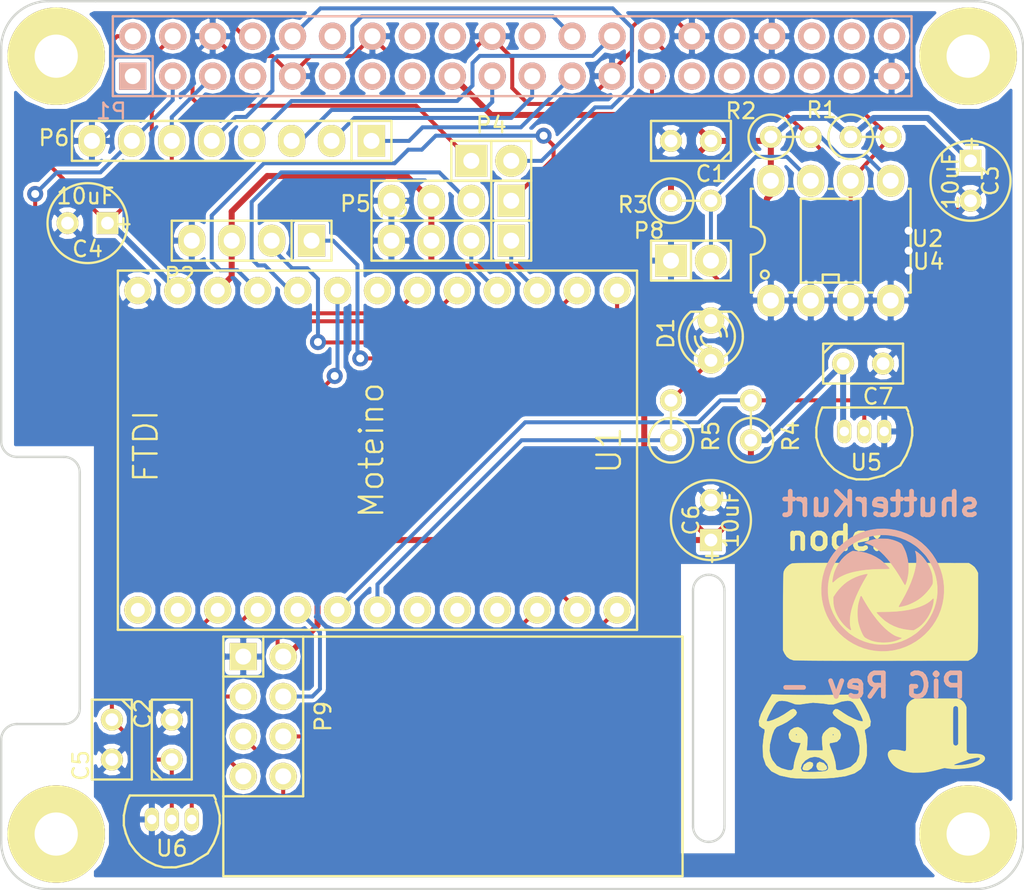
<source format=kicad_pcb>
(kicad_pcb (version 4) (host pcbnew "(2014-11-22 BZR 5299)-product")
  (title_block (title "Home Automation Pi Gateway, aka PiG"))
  (layers (0 F.Cu signal) (31 B.Cu signal) (34 B.Paste user) (35 F.Paste user) (36 B.SilkS user) (37 F.SilkS user) (38 B.Mask user) (39 F.Mask user) (44 Edge.Cuts user))
  (net 0 "")
  (net 1 +3.3V)
  (net 2 GND)
  (net 3 +5V)
  (net 4 ATEMP)
  (net 5 3V3)
  (net 6 "Net-(D1-Pad1)")
  (net 7 SDA)
  (net 8 SCL)
  (net 9 "Net-(P1-Pad7)")
  (net 10 PITX)
  (net 11 PIRX)
  (net 12 "Net-(P1-Pad11)")
  (net 13 "Net-(P1-Pad12)")
  (net 14 "Net-(P1-Pad13)")
  (net 15 "Net-(P1-Pad15)")
  (net 16 "Net-(P1-Pad16)")
  (net 17 "Net-(P1-Pad18)")
  (net 18 "Net-(P1-Pad22)")
  (net 19 /EESDA)
  (net 20 /EESCL)
  (net 21 "Net-(P1-Pad29)")
  (net 22 "Net-(P1-Pad31)")
  (net 23 "Net-(P1-Pad32)")
  (net 24 "Net-(P1-Pad33)")
  (net 25 "Net-(P1-Pad35)")
  (net 26 "Net-(P1-Pad36)")
  (net 27 "Net-(P1-Pad37)")
  (net 28 "Net-(P1-Pad38)")
  (net 29 "Net-(P1-Pad40)")
  (net 30 /SWTX1)
  (net 31 /SWRX1)
  (net 32 /SWTX2)
  (net 33 /SWRX2)
  (net 34 /PROTX)
  (net 35 /PRORX)
  (net 36 "Net-(P8-Pad2)")
  (net 37 /NRFCE)
  (net 38 /NRFCSN)
  (net 39 /PROSCK)
  (net 40 /PROMOSI)
  (net 41 /PROMISO)
  (net 42 NRFIRQ)
  (net 43 ONEWIRE)
  (net 44 LED)
  (net 45 /PIMOSI)
  (net 46 /PIMISO)
  (net 47 /PISCLK)
  (net 48 /PICE0)
  (net 49 /PICE1)
  (net 50 "Net-(U1-Pad1)")
  (net 51 "Net-(U1-Pad2)")
  (net 52 "Net-(U1-Pad8)")
  (net 53 "Net-(U1-Pad9)")
  (net 54 "Net-(U1-Pad10)")
  (net 55 "Net-(U1-Pad20)")
  (module MyFootprints:Moteino (layer F.Cu) (at 82.931 92.075 90)
    (fp_text reference U1 (at 0 14.732 90) (layer F.SilkS) (effects (font (size 1.5 1.5))))
    (fp_text value Moteino (at 0 -0.381 90) (layer F.SilkS) (effects (font (size 1.5 1.5))))
    (fp_text user FTDI (at 0.254 -14.732 90) (layer F.SilkS) (effects (font (size 1.5 1.5))))
    (pad 1 thru_hole circle (at -10.16 -15.24 90) (size 1.7272 1.7272) (drill 0.889) (layers *.Cu *.Mask F.SilkS) (net 50 "Net-(U1-Pad1)"))
    (pad 2 thru_hole circle (at -10.16 -12.7 90) (size 1.7272 1.7272) (drill 0.889) (layers *.Cu *.Mask F.SilkS) (net 51 "Net-(U1-Pad2)"))
    (pad 3 thru_hole circle (at -10.16 -10.16 90) (size 1.7272 1.7272) (drill 0.889) (layers *.Cu *.Mask F.SilkS) (net 42 NRFIRQ))
    (pad 4 thru_hole circle (at -10.16 -7.62 90) (size 1.7272 1.7272) (drill 0.889) (layers *.Cu *.Mask F.SilkS) (net 37 /NRFCE))
    (pad 5 thru_hole circle (at -10.16 -5.08 90) (size 1.7272 1.7272) (drill 0.889) (layers *.Cu *.Mask F.SilkS) (net 38 /NRFCSN))
    (pad 6 thru_hole circle (at -10.16 -2.54 90) (size 1.7272 1.7272) (drill 0.889) (layers *.Cu *.Mask F.SilkS) (net 43 ONEWIRE))
    (pad 7 thru_hole circle (at -10.16 0 90) (size 1.7272 1.7272) (drill 0.9144) (layers *.Cu *.Mask F.SilkS) (net 44 LED))
    (pad 8 thru_hole circle (at -10.16 2.54 90) (size 1.7272 1.7272) (drill 0.889) (layers *.Cu *.Mask F.SilkS) (net 52 "Net-(U1-Pad8)"))
    (pad 9 thru_hole circle (at -10.16 5.08 90) (size 1.7272 1.7272) (drill 0.889) (layers *.Cu *.Mask F.SilkS) (net 53 "Net-(U1-Pad9)"))
    (pad 10 thru_hole circle (at -10.16 7.62 90) (size 1.7272 1.7272) (drill 0.889) (layers *.Cu *.Mask F.SilkS) (net 54 "Net-(U1-Pad10)"))
    (pad 11 thru_hole circle (at -10.16 10.16 90) (size 1.7272 1.7272) (drill 0.889) (layers *.Cu *.Mask F.SilkS) (net 40 /PROMOSI))
    (pad 12 thru_hole circle (at -10.16 12.7 90) (size 1.7272 1.7272) (drill 0.889) (layers *.Cu *.Mask F.SilkS) (net 41 /PROMISO))
    (pad 13 thru_hole circle (at -10.16 15.24 90) (size 1.7272 1.7272) (drill 0.889) (layers *.Cu *.Mask F.SilkS) (net 39 /PROSCK))
    (pad 14 thru_hole circle (at 10.16 15.24 90) (size 1.7272 1.7272) (drill 0.889) (layers *.Cu *.Mask F.SilkS) (net 30 /SWTX1))
    (pad 15 thru_hole circle (at 10.16 12.7 90) (size 1.7272 1.7272) (drill 0.889) (layers *.Cu *.Mask F.SilkS) (net 31 /SWRX1))
    (pad 16 thru_hole circle (at 10.16 10.16 90) (size 1.7272 1.7272) (drill 0.9144) (layers *.Cu *.Mask F.SilkS) (net 32 /SWTX2))
    (pad 17 thru_hole circle (at 10.16 7.62 90) (size 1.7272 1.7272) (drill 0.889) (layers *.Cu *.Mask F.SilkS) (net 33 /SWRX2))
    (pad 18 thru_hole circle (at 10.16 5.08 90) (size 1.7272 1.7272) (drill 0.889) (layers *.Cu *.Mask F.SilkS) (net 7 SDA))
    (pad 19 thru_hole circle (at 10.16 2.54 90) (size 1.7272 1.7272) (drill 0.889) (layers *.Cu *.Mask F.SilkS) (net 8 SCL))
    (pad 20 thru_hole circle (at 10.16 0 90) (size 1.7272 1.7272) (drill 0.889) (layers *.Cu *.Mask F.SilkS) (net 55 "Net-(U1-Pad20)"))
    (pad 21 thru_hole circle (at 10.16 -2.54 90) (size 1.7272 1.7272) (drill 0.889) (layers *.Cu *.Mask F.SilkS) (net 4 ATEMP))
    (pad 22 thru_hole circle (at 10.16 -5.08 90) (size 1.7272 1.7272) (drill 0.889) (layers *.Cu *.Mask F.SilkS) (net 35 /PRORX))
    (pad 23 thru_hole circle (at 10.16 -7.62 90) (size 1.7272 1.7272) (drill 0.889) (layers *.Cu *.Mask F.SilkS) (net 34 /PROTX))
    (pad 24 thru_hole circle (at 10.16 -10.16 90) (size 1.7272 1.7272) (drill 0.889) (layers *.Cu *.Mask F.SilkS) (net 5 3V3))
    (pad 25 thru_hole circle (at 10.16 -12.7 90) (size 1.7272 1.7272) (drill 0.889) (layers *.Cu *.Mask F.SilkS) (net 3 +5V))
    (pad 26 thru_hole circle (at 10.16 -15.24 90) (size 1.7272 1.7272) (drill 0.889) (layers *.Cu *.Mask F.SilkS) (net 2 GND))
  )
  (module Power_Integrations:PDIP-8 (layer F.Cu) (at 111.76 78.74)
    (fp_text reference U2 (at 6.1595 -0.127) (layer F.SilkS))
    (fp_text value 24C16 hide)
    (pad 1 thru_hole oval (at -3.81 3.81) (size 1.7272 2.032) (drill 1.016) (layers *.Cu *.Mask F.SilkS) (net 2 GND))
    (pad 2 thru_hole oval (at -1.27 3.81) (size 1.7272 2.032) (drill 1.016) (layers *.Cu *.Mask F.SilkS) (net 2 GND))
    (pad 3 thru_hole oval (at 1.27 3.81) (size 1.7272 2.032) (drill 1.016) (layers *.Cu *.Mask F.SilkS) (net 2 GND))
    (pad 4 thru_hole oval (at 3.81 3.81) (size 1.7272 2.032) (drill 1.016) (layers *.Cu *.Mask F.SilkS) (net 2 GND))
    (pad 5 thru_hole oval (at 3.81 -3.81) (size 1.7272 2.032) (drill 1.016) (layers *.Cu *.Mask F.SilkS) (net 19 /EESDA))
    (pad 6 thru_hole oval (at 1.27 -3.81) (size 1.7272 2.032) (drill 1.016) (layers *.Cu *.Mask F.SilkS) (net 20 /EESCL))
    (pad 7 thru_hole oval (at -1.27 -3.81) (size 1.7272 2.032) (drill 1.016) (layers *.Cu *.Mask F.SilkS) (net 36 "Net-(P8-Pad2)"))
    (pad 8 thru_hole oval (at -3.81 -3.81) (size 1.7272 2.032) (drill 1.016) (layers *.Cu *.Mask F.SilkS) (net 1 +3.3V))
  )
  (module MyFootprints:MechanicalHole-2m5 (layer F.Cu) (at 62.5 67)
    (fp_text reference MechanicalHole-2m5 hide)
    (fp_text value VAL** hide)
    (pad "" np_thru_hole circle (at 0 0) (size 6.2 6.2) (drill 2.75) (layers *.Cu *.Mask F.SilkS))
  )
  (module MyFootprints:MechanicalHole-2m5 (layer F.Cu) (at 62.5 116.5)
    (fp_text reference MechanicalHole-2m5 hide)
    (fp_text value VAL** hide)
    (pad "" np_thru_hole circle (at 0 0) (size 6.2 6.2) (drill 2.75) (layers *.Cu *.Mask F.SilkS))
  )
  (module MyFootprints:MechanicalHole-2m5 (layer F.Cu) (at 120.5 116.5)
    (fp_text reference MechanicalHole-2m5 hide)
    (fp_text value VAL** hide)
    (pad "" np_thru_hole circle (at 0 0) (size 6.2 6.2) (drill 2.75) (layers *.Cu *.Mask F.SilkS))
  )
  (module MyFootprints:MechanicalHole-2m5 (layer F.Cu) (at 120.5 67)
    (fp_text reference MechanicalHole-2m5 hide)
    (fp_text value VAL** hide)
    (pad "" np_thru_hole circle (at 0 0) (size 6.2 6.2) (drill 2.75) (layers *.Cu *.Mask F.SilkS))
  )
  (module Discret:C1 (layer F.Cu) (at 102.87 72.39 180)
    (fp_text reference C1 (at -1.27 -2.0955 180) (layer F.SilkS))
    (fp_text value 0,1uF hide)
    (pad 1 thru_hole circle (at -1.27 0 180) (size 1.397 1.397) (drill 0.8128) (layers *.Cu *.Mask F.SilkS) (net 1 +3.3V))
    (pad 2 thru_hole circle (at 1.27 0 180) (size 1.397 1.397) (drill 0.8128) (layers *.Cu *.Mask F.SilkS) (net 2 GND))
  )
  (module Discret:C1 (layer F.Cu) (at 69.85 110.49 90)
    (fp_text reference C2 (at 1.651 -1.8415 90) (layer F.SilkS))
    (fp_text value 0.1uF hide)
    (pad 1 thru_hole circle (at -1.27 0 90) (size 1.397 1.397) (drill 0.8128) (layers *.Cu *.Mask F.SilkS) (net 5 3V3))
    (pad 2 thru_hole circle (at 1.27 0 90) (size 1.397 1.397) (drill 0.8128) (layers *.Cu *.Mask F.SilkS) (net 2 GND))
  )
  (module Discret:C1V5 (layer F.Cu) (at 120.65 74.93 270)
    (fp_text reference C3 (at 0 -1.26746 270) (layer F.SilkS))
    (fp_text value 10uF (at 0 1.27 270) (layer F.SilkS))
    (fp_text user + (at -2.286 0 270) (layer F.SilkS))
    (pad 1 thru_hole rect (at -1.27 0 270) (size 1.397 1.397) (drill 0.8128) (layers *.Cu *.Mask F.SilkS) (net 1 +3.3V))
    (pad 2 thru_hole circle (at 1.27 0 270) (size 1.397 1.397) (drill 0.8128) (layers *.Cu *.Mask F.SilkS) (net 2 GND))
  )
  (module Discret:C1V5 (layer F.Cu) (at 64.4906 77.6224 180)
    (fp_text reference C4 (at 0 -1.651 180) (layer F.SilkS))
    (fp_text value 10uF (at 0.127 1.7145 180) (layer F.SilkS))
    (fp_text user + (at -2.286 0 180) (layer F.SilkS))
    (pad 1 thru_hole rect (at -1.27 0 180) (size 1.397 1.397) (drill 0.8128) (layers *.Cu *.Mask F.SilkS) (net 3 +5V))
    (pad 2 thru_hole circle (at 1.27 0 180) (size 1.397 1.397) (drill 0.8128) (layers *.Cu *.Mask F.SilkS) (net 2 GND))
  )
  (module Discret:C1 (layer F.Cu) (at 66.04 110.49 270)
    (fp_text reference C5 (at 1.651 1.9685 270) (layer F.SilkS))
    (fp_text value 10pF hide)
    (pad 1 thru_hole circle (at -1.27 0 270) (size 1.397 1.397) (drill 0.8128) (layers *.Cu *.Mask F.SilkS) (net 4 ATEMP))
    (pad 2 thru_hole circle (at 1.27 0 270) (size 1.397 1.397) (drill 0.8128) (layers *.Cu *.Mask F.SilkS) (net 2 GND))
  )
  (module Discret:C1V5 (layer F.Cu) (at 104.14 96.52 90)
    (fp_text reference C6 (at 0 -1.26746 90) (layer F.SilkS))
    (fp_text value 10uF (at 0.044 1.2498 90) (layer F.SilkS))
    (fp_text user + (at -2.286 0 90) (layer F.SilkS))
    (pad 1 thru_hole rect (at -1.27 0 90) (size 1.397 1.397) (drill 0.8128) (layers *.Cu *.Mask F.SilkS) (net 5 3V3))
    (pad 2 thru_hole circle (at 1.27 0 90) (size 1.397 1.397) (drill 0.8128) (layers *.Cu *.Mask F.SilkS) (net 2 GND))
  )
  (module Discret:C1 (layer F.Cu) (at 113.8174 86.5632)
    (fp_text reference C7 (at 0.9525 2.0955) (layer F.SilkS))
    (fp_text value 0.1uF hide)
    (pad 1 thru_hole circle (at -1.27 0) (size 1.397 1.397) (drill 0.8128) (layers *.Cu *.Mask F.SilkS) (net 5 3V3))
    (pad 2 thru_hole circle (at 1.27 0) (size 1.397 1.397) (drill 0.8128) (layers *.Cu *.Mask F.SilkS) (net 2 GND))
  )
  (module LEDs:LED-3MM (layer F.Cu) (at 104.14 85.09 90)
    (fp_text reference D1 (at 0.4445 -2.8575 90) (layer F.SilkS))
    (fp_text value LED hide)
    (pad 1 thru_hole circle (at -1.27 0 90) (size 1.6764 1.6764) (drill 0.8128) (layers *.Cu *.Mask F.SilkS) (net 6 "Net-(D1-Pad1)"))
    (pad 2 thru_hole circle (at 1.27 0 90) (size 1.6764 1.6764) (drill 0.8128) (layers *.Cu *.Mask F.SilkS) (net 2 GND))
  )
  (module Socket_Strips:Socket_Strip_Straight_2x20 (layer B.Cu) (at 91.5 67 180)
    (fp_text reference P1 (at 25.5 -3.5 180) (layer B.SilkS) (effects (justify mirror)))
    (fp_text value PiB+_IO hide)
    (pad 1 thru_hole rect (at 24.13 -1.27) (size 1.7272 1.7272) (drill 1.016) (layers *.Cu *.Mask B.SilkS) (net 1 +3.3V))
    (pad 2 thru_hole oval (at 24.13 1.27) (size 1.7272 1.7272) (drill 1.016) (layers *.Cu *.Mask B.SilkS) (net 3 +5V))
    (pad 3 thru_hole oval (at 21.59 -1.27) (size 1.7272 1.7272) (drill 1.016) (layers *.Cu *.Mask B.SilkS) (net 7 SDA))
    (pad 4 thru_hole oval (at 21.59 1.27) (size 1.7272 1.7272) (drill 1.016) (layers *.Cu *.Mask B.SilkS) (net 3 +5V))
    (pad 5 thru_hole oval (at 19.05 -1.27) (size 1.7272 1.7272) (drill 1.016) (layers *.Cu *.Mask B.SilkS) (net 8 SCL))
    (pad 6 thru_hole oval (at 19.05 1.27) (size 1.7272 1.7272) (drill 1.016) (layers *.Cu *.Mask B.SilkS) (net 2 GND))
    (pad 7 thru_hole oval (at 16.51 -1.27) (size 1.7272 1.7272) (drill 1.016) (layers *.Cu *.Mask B.SilkS) (net 9 "Net-(P1-Pad7)"))
    (pad 8 thru_hole oval (at 16.51 1.27) (size 1.7272 1.7272) (drill 1.016) (layers *.Cu *.Mask B.SilkS) (net 10 PITX))
    (pad 9 thru_hole oval (at 13.97 -1.27) (size 1.7272 1.7272) (drill 1.016) (layers *.Cu *.Mask B.SilkS) (net 2 GND))
    (pad 10 thru_hole oval (at 13.97 1.27) (size 1.7272 1.7272) (drill 1.016) (layers *.Cu *.Mask B.SilkS) (net 11 PIRX))
    (pad 11 thru_hole oval (at 11.43 -1.27) (size 1.7272 1.7272) (drill 1.016) (layers *.Cu *.Mask B.SilkS) (net 12 "Net-(P1-Pad11)"))
    (pad 12 thru_hole oval (at 11.43 1.27) (size 1.7272 1.7272) (drill 1.016) (layers *.Cu *.Mask B.SilkS) (net 13 "Net-(P1-Pad12)"))
    (pad 13 thru_hole oval (at 8.89 -1.27) (size 1.7272 1.7272) (drill 1.016) (layers *.Cu *.Mask B.SilkS) (net 14 "Net-(P1-Pad13)"))
    (pad 14 thru_hole oval (at 8.89 1.27) (size 1.7272 1.7272) (drill 1.016) (layers *.Cu *.Mask B.SilkS) (net 2 GND))
    (pad 15 thru_hole oval (at 6.35 -1.27) (size 1.7272 1.7272) (drill 1.016) (layers *.Cu *.Mask B.SilkS) (net 15 "Net-(P1-Pad15)"))
    (pad 16 thru_hole oval (at 6.35 1.27) (size 1.7272 1.7272) (drill 1.016) (layers *.Cu *.Mask B.SilkS) (net 16 "Net-(P1-Pad16)"))
    (pad 17 thru_hole oval (at 3.81 -1.27) (size 1.7272 1.7272) (drill 1.016) (layers *.Cu *.Mask B.SilkS) (net 1 +3.3V))
    (pad 18 thru_hole oval (at 3.81 1.27) (size 1.7272 1.7272) (drill 1.016) (layers *.Cu *.Mask B.SilkS) (net 17 "Net-(P1-Pad18)"))
    (pad 19 thru_hole oval (at 1.27 -1.27) (size 1.7272 1.7272) (drill 1.016) (layers *.Cu *.Mask B.SilkS) (net 45 /PIMOSI))
    (pad 20 thru_hole oval (at 1.27 1.27) (size 1.7272 1.7272) (drill 1.016) (layers *.Cu *.Mask B.SilkS) (net 2 GND))
    (pad 21 thru_hole oval (at -1.27 -1.27) (size 1.7272 1.7272) (drill 1.016) (layers *.Cu *.Mask B.SilkS) (net 46 /PIMISO))
    (pad 22 thru_hole oval (at -1.27 1.27) (size 1.7272 1.7272) (drill 1.016) (layers *.Cu *.Mask B.SilkS) (net 18 "Net-(P1-Pad22)"))
    (pad 23 thru_hole oval (at -3.81 -1.27) (size 1.7272 1.7272) (drill 1.016) (layers *.Cu *.Mask B.SilkS) (net 47 /PISCLK))
    (pad 24 thru_hole oval (at -3.81 1.27) (size 1.7272 1.7272) (drill 1.016) (layers *.Cu *.Mask B.SilkS) (net 48 /PICE0))
    (pad 25 thru_hole oval (at -6.35 -1.27) (size 1.7272 1.7272) (drill 1.016) (layers *.Cu *.Mask B.SilkS) (net 2 GND))
    (pad 26 thru_hole oval (at -6.35 1.27) (size 1.7272 1.7272) (drill 1.016) (layers *.Cu *.Mask B.SilkS) (net 49 /PICE1))
    (pad 27 thru_hole oval (at -8.89 -1.27) (size 1.7272 1.7272) (drill 1.016) (layers *.Cu *.Mask B.SilkS) (net 19 /EESDA))
    (pad 28 thru_hole oval (at -8.89 1.27) (size 1.7272 1.7272) (drill 1.016) (layers *.Cu *.Mask B.SilkS) (net 20 /EESCL))
    (pad 29 thru_hole oval (at -11.43 -1.27) (size 1.7272 1.7272) (drill 1.016) (layers *.Cu *.Mask B.SilkS) (net 21 "Net-(P1-Pad29)"))
    (pad 30 thru_hole oval (at -11.43 1.27) (size 1.7272 1.7272) (drill 1.016) (layers *.Cu *.Mask B.SilkS) (net 2 GND))
    (pad 31 thru_hole oval (at -13.97 -1.27) (size 1.7272 1.7272) (drill 1.016) (layers *.Cu *.Mask B.SilkS) (net 22 "Net-(P1-Pad31)"))
    (pad 32 thru_hole oval (at -13.97 1.27) (size 1.7272 1.7272) (drill 1.016) (layers *.Cu *.Mask B.SilkS) (net 23 "Net-(P1-Pad32)"))
    (pad 33 thru_hole oval (at -16.51 -1.27) (size 1.7272 1.7272) (drill 1.016) (layers *.Cu *.Mask B.SilkS) (net 24 "Net-(P1-Pad33)"))
    (pad 34 thru_hole oval (at -16.51 1.27) (size 1.7272 1.7272) (drill 1.016) (layers *.Cu *.Mask B.SilkS) (net 2 GND))
    (pad 35 thru_hole oval (at -19.05 -1.27) (size 1.7272 1.7272) (drill 1.016) (layers *.Cu *.Mask B.SilkS) (net 25 "Net-(P1-Pad35)"))
    (pad 36 thru_hole oval (at -19.05 1.27) (size 1.7272 1.7272) (drill 1.016) (layers *.Cu *.Mask B.SilkS) (net 26 "Net-(P1-Pad36)"))
    (pad 37 thru_hole oval (at -21.59 -1.27) (size 1.7272 1.7272) (drill 1.016) (layers *.Cu *.Mask B.SilkS) (net 27 "Net-(P1-Pad37)"))
    (pad 38 thru_hole oval (at -21.59 1.27) (size 1.7272 1.7272) (drill 1.016) (layers *.Cu *.Mask B.SilkS) (net 28 "Net-(P1-Pad38)"))
    (pad 39 thru_hole oval (at -24.13 -1.27) (size 1.7272 1.7272) (drill 1.016) (layers *.Cu *.Mask B.SilkS) (net 2 GND))
    (pad 40 thru_hole oval (at -24.13 1.27) (size 1.7272 1.7272) (drill 1.016) (layers *.Cu *.Mask B.SilkS) (net 29 "Net-(P1-Pad40)"))
  )
  (module Pin_Headers:Pin_Header_Straight_1x04 (layer F.Cu) (at 74.93 78.74 180)
    (fp_text reference P2 (at 4.572 -2.2225 180) (layer F.SilkS))
    (fp_text value CONN_01X04 hide)
    (pad 1 thru_hole rect (at -3.81 0 180) (size 1.7272 2.032) (drill 1.016) (layers *.Cu *.Mask F.SilkS) (net 30 /SWTX1))
    (pad 2 thru_hole oval (at -1.27 0 180) (size 1.7272 2.032) (drill 1.016) (layers *.Cu *.Mask F.SilkS) (net 31 /SWRX1))
    (pad 3 thru_hole oval (at 1.27 0 180) (size 1.7272 2.032) (drill 1.016) (layers *.Cu *.Mask F.SilkS) (net 5 3V3))
    (pad 4 thru_hole oval (at 3.81 0 180) (size 1.7272 2.032) (drill 1.016) (layers *.Cu *.Mask F.SilkS) (net 2 GND))
  )
  (module Pin_Headers:Pin_Header_Straight_1x04 (layer F.Cu) (at 87.63 78.74 180)
    (fp_text reference P3 (at 3.683 2.032 180) (layer F.SilkS))
    (fp_text value CONN_01X04 hide)
    (pad 1 thru_hole rect (at -3.81 0 180) (size 1.7272 2.032) (drill 1.016) (layers *.Cu *.Mask F.SilkS) (net 32 /SWTX2))
    (pad 2 thru_hole oval (at -1.27 0 180) (size 1.7272 2.032) (drill 1.016) (layers *.Cu *.Mask F.SilkS) (net 33 /SWRX2))
    (pad 3 thru_hole oval (at 1.27 0 180) (size 1.7272 2.032) (drill 1.016) (layers *.Cu *.Mask F.SilkS) (net 5 3V3))
    (pad 4 thru_hole oval (at 3.81 0 180) (size 1.7272 2.032) (drill 1.016) (layers *.Cu *.Mask F.SilkS) (net 2 GND))
  )
  (module Pin_Headers:Pin_Header_Straight_1x02 (layer F.Cu) (at 90.17 73.66)
    (fp_text reference P4 (at 0 -2.286) (layer F.SilkS))
    (fp_text value CONN_01X02 hide)
    (pad 1 thru_hole rect (at -1.27 0) (size 2.032 2.032) (drill 1.016) (layers *.Cu *.Mask F.SilkS) (net 10 PITX))
    (pad 2 thru_hole oval (at 1.27 0) (size 2.032 2.032) (drill 1.016) (layers *.Cu *.Mask F.SilkS) (net 11 PIRX))
  )
  (module Pin_Headers:Pin_Header_Straight_1x04 (layer F.Cu) (at 87.63 76.2 180)
    (fp_text reference P5 (at 6.096 -0.1905 180) (layer F.SilkS))
    (fp_text value CONN_01X04 hide)
    (pad 1 thru_hole rect (at -3.81 0 180) (size 1.7272 2.032) (drill 1.016) (layers *.Cu *.Mask F.SilkS) (net 34 /PROTX))
    (pad 2 thru_hole oval (at -1.27 0 180) (size 1.7272 2.032) (drill 1.016) (layers *.Cu *.Mask F.SilkS) (net 35 /PRORX))
    (pad 3 thru_hole oval (at 1.27 0 180) (size 1.7272 2.032) (drill 1.016) (layers *.Cu *.Mask F.SilkS) (net 5 3V3))
    (pad 4 thru_hole oval (at 3.81 0 180) (size 1.7272 2.032) (drill 1.016) (layers *.Cu *.Mask F.SilkS) (net 2 GND))
  )
  (module Pin_Headers:Pin_Header_Straight_1x08 (layer F.Cu) (at 73.66 72.39 180)
    (fp_text reference P6 (at 11.303 0.1905 180) (layer F.SilkS))
    (fp_text value CONN_01X08 hide)
    (pad 1 thru_hole rect (at -8.89 0 180) (size 1.7272 2.032) (drill 1.016) (layers *.Cu *.Mask F.SilkS) (net 47 /PISCLK))
    (pad 2 thru_hole oval (at -6.35 0 180) (size 1.7272 2.032) (drill 1.016) (layers *.Cu *.Mask F.SilkS) (net 46 /PIMISO))
    (pad 3 thru_hole oval (at -3.81 0 180) (size 1.7272 2.032) (drill 1.016) (layers *.Cu *.Mask F.SilkS) (net 45 /PIMOSI))
    (pad 4 thru_hole oval (at -1.27 0 180) (size 1.7272 2.032) (drill 1.016) (layers *.Cu *.Mask F.SilkS) (net 49 /PICE1))
    (pad 5 thru_hole oval (at 1.27 0 180) (size 1.7272 2.032) (drill 1.016) (layers *.Cu *.Mask F.SilkS) (net 48 /PICE0))
    (pad 6 thru_hole oval (at 3.81 0 180) (size 1.7272 2.032) (drill 1.016) (layers *.Cu *.Mask F.SilkS) (net 8 SCL))
    (pad 7 thru_hole oval (at 6.35 0 180) (size 1.7272 2.032) (drill 1.016) (layers *.Cu *.Mask F.SilkS) (net 7 SDA))
    (pad 8 thru_hole oval (at 8.89 0 180) (size 1.7272 2.032) (drill 1.016) (layers *.Cu *.Mask F.SilkS) (net 2 GND))
  )
  (module Pin_Headers:Pin_Header_Straight_1x02 (layer F.Cu) (at 102.87 80.01)
    (fp_text reference P8 (at -2.667 -1.905) (layer F.SilkS))
    (fp_text value CONN_01X02 hide)
    (pad 1 thru_hole rect (at -1.27 0) (size 2.032 2.032) (drill 1.016) (layers *.Cu *.Mask F.SilkS) (net 2 GND))
    (pad 2 thru_hole oval (at 1.27 0) (size 2.032 2.032) (drill 1.016) (layers *.Cu *.Mask F.SilkS) (net 36 "Net-(P8-Pad2)"))
  )
  (module Discret:R1 (layer F.Cu) (at 114.3 72.136)
    (fp_text reference R1 (at -3.1115 -1.7145) (layer F.SilkS))
    (fp_text value 3.9K hide)
    (pad 1 thru_hole circle (at -1.27 0) (size 1.397 1.397) (drill 0.8128) (layers *.Cu *.Mask F.SilkS) (net 1 +3.3V))
    (pad 2 thru_hole circle (at 1.27 0) (size 1.397 1.397) (drill 0.8128) (layers *.Cu *.Mask F.SilkS) (net 20 /EESCL))
  )
  (module Discret:R1 (layer F.Cu) (at 109.22 72.136)
    (fp_text reference R2 (at -3.175 -1.651) (layer F.SilkS))
    (fp_text value 3.9K hide)
    (pad 1 thru_hole circle (at -1.27 0) (size 1.397 1.397) (drill 0.8128) (layers *.Cu *.Mask F.SilkS) (net 1 +3.3V))
    (pad 2 thru_hole circle (at 1.27 0) (size 1.397 1.397) (drill 0.8128) (layers *.Cu *.Mask F.SilkS) (net 19 /EESDA))
  )
  (module Discret:R1 (layer F.Cu) (at 102.87 76.2)
    (fp_text reference R3 (at -3.683 0.254) (layer F.SilkS))
    (fp_text value 1K hide)
    (pad 1 thru_hole circle (at -1.27 0) (size 1.397 1.397) (drill 0.8128) (layers *.Cu *.Mask F.SilkS) (net 1 +3.3V))
    (pad 2 thru_hole circle (at 1.27 0) (size 1.397 1.397) (drill 0.8128) (layers *.Cu *.Mask F.SilkS) (net 36 "Net-(P8-Pad2)"))
  )
  (module Discret:R1 (layer F.Cu) (at 106.68 90.17 90)
    (fp_text reference R4 (at -1.016 2.54 90) (layer F.SilkS))
    (fp_text value 4.7K hide)
    (pad 1 thru_hole circle (at -1.27 0 90) (size 1.397 1.397) (drill 0.8128) (layers *.Cu *.Mask F.SilkS) (net 5 3V3))
    (pad 2 thru_hole circle (at 1.27 0 90) (size 1.397 1.397) (drill 0.8128) (layers *.Cu *.Mask F.SilkS) (net 43 ONEWIRE))
  )
  (module Discret:R1 (layer F.Cu) (at 101.6 90.17 90)
    (fp_text reference R5 (at -1.016 2.54 90) (layer F.SilkS))
    (fp_text value 330 hide)
    (pad 1 thru_hole circle (at -1.27 0 90) (size 1.397 1.397) (drill 0.8128) (layers *.Cu *.Mask F.SilkS) (net 44 LED))
    (pad 2 thru_hole circle (at 1.27 0 90) (size 1.397 1.397) (drill 0.8128) (layers *.Cu *.Mask F.SilkS) (net 6 "Net-(D1-Pad1)"))
  )
  (module SMD_Packages:SOIC-8-W (layer F.Cu) (at 111.76 78.74 90)
    (fp_text reference U4 (at -1.3335 6.223 180) (layer F.SilkS))
    (fp_text value 24C16 hide)
    (pad 8 smd rect (at -1.905 -2.667 90) (size 0.59944 1.39954) (layers F.Cu F.Paste F.Mask) (net 1 +3.3V))
    (pad 1 smd rect (at -1.905 2.667 90) (size 0.59944 1.39954) (layers F.Cu F.Paste F.Mask) (net 2 GND))
    (pad 7 smd rect (at -0.635 -2.667 90) (size 0.59944 1.39954) (layers F.Cu F.Paste F.Mask) (net 36 "Net-(P8-Pad2)"))
    (pad 6 smd rect (at 0.635 -2.667 90) (size 0.59944 1.39954) (layers F.Cu F.Paste F.Mask) (net 20 /EESCL))
    (pad 5 smd rect (at 1.905 -2.667 90) (size 0.59944 1.39954) (layers F.Cu F.Paste F.Mask) (net 19 /EESDA))
    (pad 2 smd rect (at -0.635 2.667 90) (size 0.59944 1.39954) (layers F.Cu F.Paste F.Mask) (net 2 GND))
    (pad 3 smd rect (at 0.635 2.667 90) (size 0.59944 1.39954) (layers F.Cu F.Paste F.Mask) (net 2 GND))
    (pad 4 smd rect (at 1.905 2.667 90) (size 0.59944 1.39954) (layers F.Cu F.Paste F.Mask) (net 2 GND))
  )
  (module Housings_TO-92:TO-92-Free-inline-narrow-oval (layer F.Cu) (at 113.8936 90.8812 270)
    (fp_text reference U5 (at 1.9685 -0.127 360) (layer F.SilkS))
    (fp_text value DS18B20 hide)
    (pad 2 thru_hole oval (at 0 0) (size 0.89916 1.50114) (drill 0.59944) (layers *.Cu *.Mask F.SilkS) (net 43 ONEWIRE))
    (pad 3 thru_hole oval (at 0 1.27) (size 0.89916 1.50114) (drill 0.59944) (layers *.Cu *.Mask F.SilkS) (net 5 3V3))
    (pad 1 thru_hole oval (at 0 -1.27) (size 0.89916 1.50114) (drill 0.59944) (layers *.Cu *.Mask F.SilkS) (net 2 GND))
  )
  (module Housings_TO-92:TO-92-Free-inline-narrow-oval (layer F.Cu) (at 69.85 115.57 270)
    (fp_text reference U6 (at 1.8415 0 360) (layer F.SilkS))
    (fp_text value TMP36 hide)
    (pad 2 thru_hole oval (at 0 0) (size 0.89916 1.50114) (drill 0.59944) (layers *.Cu *.Mask F.SilkS) (net 4 ATEMP))
    (pad 3 thru_hole oval (at 0 1.27) (size 0.89916 1.50114) (drill 0.59944) (layers *.Cu *.Mask F.SilkS) (net 2 GND))
    (pad 1 thru_hole oval (at 0 -1.27) (size 0.89916 1.50114) (drill 0.59944) (layers *.Cu *.Mask F.SilkS) (net 5 3V3))
  )
  (module MyFootprints:nrf24L01 (layer F.Cu) (at 75.6666 109.0168 270)
    (fp_text reference P9 (at 0 -3.81 270) (layer F.SilkS))
    (fp_text value nrf24L01+ hide)
    (pad 1 thru_hole rect (at -3.81 1.27 270) (size 1.7272 1.7272) (drill 1.016) (layers *.Cu *.Mask F.SilkS) (net 2 GND))
    (pad 2 thru_hole oval (at -3.81 -1.27 270) (size 1.7272 1.7272) (drill 1.016) (layers *.Cu *.Mask F.SilkS) (net 5 3V3))
    (pad 3 thru_hole oval (at -1.27 1.27 270) (size 1.7272 1.7272) (drill 1.016) (layers *.Cu *.Mask F.SilkS) (net 37 /NRFCE))
    (pad 4 thru_hole oval (at -1.27 -1.27 270) (size 1.7272 1.7272) (drill 1.016) (layers *.Cu *.Mask F.SilkS) (net 38 /NRFCSN))
    (pad 5 thru_hole oval (at 1.27 1.27 270) (size 1.7272 1.7272) (drill 1.016) (layers *.Cu *.Mask F.SilkS) (net 39 /PROSCK))
    (pad 6 thru_hole oval (at 1.27 -1.27 270) (size 1.7272 1.7272) (drill 1.016) (layers *.Cu *.Mask F.SilkS) (net 40 /PROMOSI))
    (pad 7 thru_hole oval (at 3.81 1.27 270) (size 1.7272 1.7272) (drill 1.016) (layers *.Cu *.Mask F.SilkS) (net 41 /PROMISO))
    (pad 8 thru_hole oval (at 3.81 -1.27 270) (size 1.7272 1.7272) (drill 1.016) (layers *.Cu *.Mask F.SilkS) (net 42 NRFIRQ))
  )
  (module MyFootprints:pig_scale (layer F.Cu) (at 110.744 110.236)
    (fp_text reference G*** hide)
    (fp_text value LOGO hide)
  )
  (module MyFootprints:topHat_scale (layer F.Cu) (at 118.491 110.236)
    (fp_text reference G*** hide)
    (fp_text value LOGO hide)
  )
  (module MyFootprints:shutter_scale (layer B.Cu) (at 115.062 100.965)
    (fp_text reference G*** hide)
    (fp_text value LOGO hide)
  )
  (module MyFootprints:nodeNumber_scale (layer F.Cu) (at 114.935 102.362)
    (fp_text reference G*** hide)
    (fp_text value LOGO hide)
  )
  (gr_text node: (at 112.014 97.663) (layer F.SilkS) (effects (font (size 1.5 1.5) (thickness 0.3))))
  (gr_text shutterKurt (at 114.935 95.504) (layer B.SilkS) (effects (font (size 1.5 1.5) (thickness 0.3)) (justify mirror)))
  (gr_text "PiG Rev -" (at 114.427 107.061) (layer B.SilkS) (effects (font (size 1.5 1.5) (thickness 0.3)) (justify mirror)))
  (gr_arc (start 104 101) (end 103 101) (angle 90) (layer Edge.Cuts) (width 0.15))
  (gr_arc (start 104 101) (end 104 100) (angle 90) (layer Edge.Cuts) (width 0.15))
  (gr_line (start 105 116) (end 105 101) (angle 90) (layer Edge.Cuts) (width 0.15))
  (gr_arc (start 104 116) (end 105 116) (angle 90) (layer Edge.Cuts) (width 0.15))
  (gr_arc (start 104 116) (end 104 117) (angle 90) (layer Edge.Cuts) (width 0.15))
  (gr_line (start 103 116) (end 103 101) (angle 90) (layer Edge.Cuts) (width 0.15))
  (gr_line (start 65 63.5) (end 62 63.5) (angle 90) (layer Edge.Cuts) (width 0.15))
  (gr_arc (start 62 66.5) (end 59 66.5) (angle 90) (layer Edge.Cuts) (width 0.15))
  (gr_line (start 59 91.5) (end 59 66.5) (angle 90) (layer Edge.Cuts) (width 0.15))
  (gr_line (start 60 92.5) (end 63 92.5) (angle 90) (layer Edge.Cuts) (width 0.15))
  (gr_arc (start 60 91.5) (end 60 92.5) (angle 90) (layer Edge.Cuts) (width 0.15))
  (gr_arc (start 63 93.5) (end 63 92.5) (angle 90) (layer Edge.Cuts) (width 0.15))
  (gr_line (start 64 108.5) (end 64 93.5) (angle 90) (layer Edge.Cuts) (width 0.15))
  (gr_arc (start 63 108.5) (end 64 108.5) (angle 90) (layer Edge.Cuts) (width 0.15))
  (gr_line (start 60 109.5) (end 63 109.5) (angle 90) (layer Edge.Cuts) (width 0.15))
  (gr_arc (start 60 110.5) (end 59 110.5) (angle 90) (layer Edge.Cuts) (width 0.15))
  (gr_line (start 59 117) (end 59 110.5) (angle 90) (layer Edge.Cuts) (width 0.15))
  (gr_arc (start 62 117) (end 62 120) (angle 90) (layer Edge.Cuts) (width 0.15))
  (gr_line (start 121 120) (end 62 120) (angle 90) (layer Edge.Cuts) (width 0.15))
  (gr_arc (start 121 117) (end 124 117) (angle 90) (layer Edge.Cuts) (width 0.15))
  (gr_line (start 124 66.5) (end 124 117) (angle 90) (layer Edge.Cuts) (width 0.15))
  (gr_arc (start 121 66.5) (end 121 63.5) (angle 90) (layer Edge.Cuts) (width 0.15))
  (gr_line (start 65 63.5) (end 121 63.5) (angle 90) (layer Edge.Cuts) (width 0.15))
  (segment (start 87.69 68.27) (end 87.701 68.27) (width 0.381) (layer F.Cu) (net 1))
  (segment (start 87.701 68.27) (end 90.170002 70.739002) (width 0.381) (layer F.Cu) (net 1))
  (segment (start 90.170002 70.739002) (end 102.489002 70.739002) (width 0.381) (layer F.Cu) (net 1))
  (segment (start 102.489002 70.739002) (end 104.14 72.39) (width 0.381) (layer F.Cu) (net 1))
  (segment (start 104.14 72.39) (end 107.696 72.39) (width 0.381) (layer F.Cu) (net 1))
  (segment (start 107.696 72.39) (end 107.95 72.136) (width 0.381) (layer F.Cu) (net 1))
  (segment (start 107.95 72.136) (end 109.4105 70.9295) (width 0.381) (layer B.Cu) (net 1))
  (segment (start 111.5695 70.9295) (end 113.03 72.136) (width 0.381) (layer B.Cu) (net 1))
  (segment (start 109.4105 70.9295) (end 111.5695 70.9295) (width 0.381) (layer B.Cu) (net 1))
  (segment (start 113.03 72.136) (end 114.4905 70.9295) (width 0.381) (layer B.Cu) (net 1))
  (segment (start 117.9195 70.9295) (end 120.65 73.66) (width 0.381) (layer B.Cu) (net 1))
  (segment (start 114.4905 70.9295) (end 117.9195 70.9295) (width 0.381) (layer B.Cu) (net 1))
  (segment (start 107.95 74.93) (end 107.95 75.819) (width 0.381) (layer F.Cu) (net 1))
  (segment (start 107.95 75.819) (end 107.696 76.073) (width 0.381) (layer F.Cu) (net 1))
  (segment (start 107.696 79.629) (end 108.712 80.645) (width 0.381) (layer F.Cu) (net 1))
  (segment (start 107.696 76.073) (end 107.696 79.629) (width 0.381) (layer F.Cu) (net 1))
  (segment (start 108.712 80.645) (end 109.093 80.645) (width 0.381) (layer F.Cu) (net 1))
  (segment (start 101.6 76.2) (end 101.6 74.93) (width 0.381) (layer F.Cu) (net 1))
  (segment (start 101.6 74.93) (end 104.14 72.39) (width 0.381) (layer F.Cu) (net 1))
  (segment (start 107.95 74.93) (end 107.95 72.136) (width 0.381) (layer F.Cu) (net 1))
  (segment (start 113.03 72.136) (end 113.03 72.009) (width 0.381) (layer F.Cu) (net 1))
  (segment (start 90.23 65.73) (end 90.23 65.846) (width 0.254) (layer F.Cu) (net 2))
  (segment (start 90.23 65.846) (end 91.5035 67.1195) (width 0.254) (layer F.Cu) (net 2))
  (segment (start 96.0795 70.0405) (end 97.85 68.27) (width 0.254) (layer F.Cu) (net 2))
  (segment (start 92.5195 70.0405) (end 96.0795 70.0405) (width 0.254) (layer F.Cu) (net 2))
  (segment (start 91.5035 69.0245) (end 92.5195 70.0405) (width 0.254) (layer F.Cu) (net 2))
  (segment (start 91.5035 67.1195) (end 91.5035 69.0245) (width 0.254) (layer F.Cu) (net 2))
  (segment (start 77.53 68.27) (end 77.53 68.139) (width 0.254) (layer F.Cu) (net 2))
  (segment (start 77.53 68.139) (end 78.6765 66.9925) (width 0.254) (layer F.Cu) (net 2))
  (segment (start 81.3475 66.9925) (end 82.61 65.73) (width 0.254) (layer F.Cu) (net 2))
  (segment (start 78.6765 66.9925) (end 81.3475 66.9925) (width 0.254) (layer F.Cu) (net 2))
  (segment (start 82.61 65.73) (end 82.61 65.7825) (width 0.254) (layer F.Cu) (net 2))
  (segment (start 82.61 65.7825) (end 83.82 66.9925) (width 0.254) (layer F.Cu) (net 2))
  (segment (start 83.82 66.9925) (end 88.646 66.9925) (width 0.254) (layer F.Cu) (net 2))
  (segment (start 88.646 66.9925) (end 89.9085 65.73) (width 0.254) (layer F.Cu) (net 2))
  (segment (start 89.9085 65.73) (end 90.23 65.73) (width 0.254) (layer F.Cu) (net 2))
  (segment (start 72.45 65.73) (end 72.5245 65.73) (width 0.254) (layer F.Cu) (net 2))
  (segment (start 72.5245 65.73) (end 73.787 66.9925) (width 0.254) (layer F.Cu) (net 2))
  (segment (start 76.2525 66.9925) (end 77.53 68.27) (width 0.254) (layer F.Cu) (net 2))
  (segment (start 73.787 66.9925) (end 76.2525 66.9925) (width 0.254) (layer F.Cu) (net 2))
  (segment (start 97.85 68.27) (end 97.85 67.9485) (width 0.254) (layer F.Cu) (net 2))
  (segment (start 97.85 67.9485) (end 99.1235 66.675) (width 0.254) (layer F.Cu) (net 2))
  (segment (start 99.1235 66.675) (end 99.1235 65.151) (width 0.254) (layer F.Cu) (net 2))
  (segment (start 99.1235 65.151) (end 99.822 64.4525) (width 0.254) (layer F.Cu) (net 2))
  (segment (start 99.822 64.4525) (end 101.6525 64.4525) (width 0.254) (layer F.Cu) (net 2))
  (segment (start 101.6525 64.4525) (end 102.93 65.73) (width 0.254) (layer F.Cu) (net 2))
  (segment (start 64.77 72.39) (end 65.278 72.39) (width 0.254) (layer B.Cu) (net 2))
  (segment (start 65.278 72.39) (end 67.818 69.85) (width 0.254) (layer B.Cu) (net 2))
  (segment (start 67.818 69.85) (end 68.3895 69.85) (width 0.254) (layer B.Cu) (net 2))
  (segment (start 68.3895 69.85) (end 68.6435 69.596) (width 0.254) (layer B.Cu) (net 2))
  (segment (start 68.6435 69.596) (end 68.6435 67.5005) (width 0.254) (layer B.Cu) (net 2))
  (segment (start 68.6435 67.5005) (end 69.1515 66.9925) (width 0.254) (layer B.Cu) (net 2))
  (segment (start 69.1515 66.9925) (end 71.1875 66.9925) (width 0.254) (layer B.Cu) (net 2))
  (segment (start 71.1875 66.9925) (end 72.45 65.73) (width 0.254) (layer B.Cu) (net 2))
  (segment (start 114.427 80.645) (end 116.713 80.645) (width 0.254) (layer F.Cu) (net 2))
  (via (at 116.713 80.645) (size 1.016) (layers F.Cu B.Cu) (net 2))
  (segment (start 114.427 79.375) (end 116.713 79.375) (width 0.254) (layer F.Cu) (net 2))
  (via (at 116.713 79.375) (size 1.016) (layers F.Cu B.Cu) (net 2))
  (segment (start 114.427 78.105) (end 116.713 78.105) (width 0.254) (layer F.Cu) (net 2))
  (via (at 116.713 78.105) (size 1.016) (layers F.Cu B.Cu) (net 2))
  (segment (start 114.427 76.835) (end 120.015 76.835) (width 0.381) (layer F.Cu) (net 2))
  (segment (start 120.015 76.835) (end 120.65 76.2) (width 0.381) (layer F.Cu) (net 2))
  (segment (start 66.04 77.343) (end 65.7606 77.6224) (width 0.254) (layer F.Cu) (net 3))
  (segment (start 67.37 65.73) (end 66.6294 65.73) (width 0.254) (layer F.Cu) (net 3))
  (segment (start 66.3754 65.73) (end 66.0908 66.0146) (width 0.254) (layer F.Cu) (net 3))
  (segment (start 66.0908 66.0146) (end 66.0908 68.6562) (width 0.254) (layer F.Cu) (net 3))
  (segment (start 66.0908 68.6562) (end 62.0522 72.6948) (width 0.254) (layer F.Cu) (net 3))
  (segment (start 62.0522 72.6948) (end 62.0522 73.914) (width 0.254) (layer F.Cu) (net 3))
  (segment (start 62.0522 73.914) (end 65.7606 77.6224) (width 0.254) (layer F.Cu) (net 3))
  (segment (start 67.37 65.73) (end 66.3754 65.73) (width 0.254) (layer F.Cu) (net 3))
  (segment (start 68.58 74.803) (end 65.7606 77.6224) (width 0.254) (layer F.Cu) (net 3))
  (segment (start 68.58 70.5104) (end 68.58 74.803) (width 0.254) (layer F.Cu) (net 3))
  (segment (start 68.6308 70.4596) (end 68.58 70.5104) (width 0.254) (layer F.Cu) (net 3))
  (segment (start 68.6308 67.0306) (end 68.6308 70.4596) (width 0.254) (layer F.Cu) (net 3))
  (segment (start 69.91 65.7514) (end 68.6308 67.0306) (width 0.254) (layer F.Cu) (net 3))
  (segment (start 69.91 65.73) (end 69.91 65.7514) (width 0.254) (layer F.Cu) (net 3))
  (segment (start 65.9384 77.6224) (end 70.231 81.915) (width 0.381) (layer B.Cu) (net 3))
  (segment (start 65.7606 77.6224) (end 65.9384 77.6224) (width 0.381) (layer B.Cu) (net 3))
  (segment (start 66.04 109.22) (end 66.3448 109.22) (width 0.254) (layer B.Cu) (net 4))
  (segment (start 69.85 114.2365) (end 67.183 111.5695) (width 0.254) (layer F.Cu) (net 4))
  (segment (start 67.183 111.5695) (end 67.183 110.363) (width 0.254) (layer F.Cu) (net 4))
  (segment (start 67.183 110.363) (end 66.04 109.22) (width 0.254) (layer F.Cu) (net 4))
  (segment (start 69.85 115.57) (end 69.85 114.2365) (width 0.254) (layer F.Cu) (net 4))
  (segment (start 80.391 87.1728) (end 80.2132 87.3506) (width 0.254) (layer B.Cu) (net 4))
  (via (at 80.2132 87.3506) (size 1.016) (layers F.Cu B.Cu) (net 4))
  (segment (start 80.2132 87.3506) (end 66.04 101.5238) (width 0.254) (layer F.Cu) (net 4))
  (segment (start 66.04 101.5238) (end 66.04 109.22) (width 0.254) (layer F.Cu) (net 4))
  (segment (start 80.391 81.915) (end 80.391 87.1728) (width 0.254) (layer B.Cu) (net 4))
  (segment (start 104.14 97.79) (end 106.68 95.25) (width 0.381) (layer F.Cu) (net 5))
  (segment (start 106.68 95.25) (end 106.68 91.44) (width 0.381) (layer F.Cu) (net 5))
  (segment (start 73.66 81.026) (end 72.771 81.915) (width 0.381) (layer F.Cu) (net 5))
  (segment (start 73.66 78.74) (end 73.66 81.026) (width 0.381) (layer F.Cu) (net 5))
  (segment (start 86.36 76.2) (end 86.36 78.74) (width 0.381) (layer F.Cu) (net 5))
  (segment (start 73.66 76.8858) (end 75.9206 74.6252) (width 0.381) (layer F.Cu) (net 5))
  (segment (start 75.9206 74.6252) (end 84.7852 74.6252) (width 0.381) (layer F.Cu) (net 5))
  (segment (start 84.7852 74.6252) (end 86.36 76.2) (width 0.381) (layer F.Cu) (net 5))
  (segment (start 73.66 78.74) (end 73.66 76.8858) (width 0.381) (layer F.Cu) (net 5))
  (segment (start 86.36 80.0608) (end 86.6902 80.391) (width 0.381) (layer F.Cu) (net 5))
  (segment (start 86.6902 80.391) (end 98.6028 80.391) (width 0.381) (layer F.Cu) (net 5))
  (segment (start 98.6028 80.391) (end 99.8982 81.6864) (width 0.381) (layer F.Cu) (net 5))
  (segment (start 99.8982 81.6864) (end 99.8982 93.5482) (width 0.381) (layer F.Cu) (net 5))
  (segment (start 99.8982 93.5482) (end 104.14 97.79) (width 0.381) (layer F.Cu) (net 5))
  (segment (start 86.36 78.74) (end 86.36 80.0608) (width 0.381) (layer F.Cu) (net 5))
  (segment (start 107.6706 91.44) (end 112.5474 86.5632) (width 0.381) (layer B.Cu) (net 5))
  (segment (start 106.68 91.44) (end 107.6706 91.44) (width 0.381) (layer B.Cu) (net 5))
  (segment (start 112.5474 90.805) (end 112.6236 90.8812) (width 0.381) (layer B.Cu) (net 5))
  (segment (start 112.5474 86.5632) (end 112.5474 90.805) (width 0.381) (layer B.Cu) (net 5))
  (segment (start 82.5754 97.79) (end 104.14 97.79) (width 0.381) (layer F.Cu) (net 5))
  (segment (start 79.121 101.2444) (end 82.5754 97.79) (width 0.381) (layer F.Cu) (net 5))
  (segment (start 79.121 103.2256) (end 79.121 101.2444) (width 0.381) (layer F.Cu) (net 5))
  (segment (start 77.1398 105.2068) (end 79.121 103.2256) (width 0.381) (layer F.Cu) (net 5))
  (segment (start 76.9366 105.2068) (end 77.1398 105.2068) (width 0.381) (layer F.Cu) (net 5))
  (segment (start 76.581 104.8512) (end 76.9366 105.2068) (width 0.254) (layer F.Cu) (net 5))
  (segment (start 68.5038 111.76) (end 67.9958 111.252) (width 0.254) (layer F.Cu) (net 5))
  (segment (start 67.9958 111.252) (end 67.9958 104.8004) (width 0.254) (layer F.Cu) (net 5))
  (segment (start 67.9958 104.8004) (end 68.961 103.8352) (width 0.254) (layer F.Cu) (net 5))
  (segment (start 68.961 103.8352) (end 68.961 101.0158) (width 0.254) (layer F.Cu) (net 5))
  (segment (start 68.961 101.0158) (end 69.3166 100.6602) (width 0.254) (layer F.Cu) (net 5))
  (segment (start 69.3166 100.6602) (end 75.8698 100.6602) (width 0.254) (layer F.Cu) (net 5))
  (segment (start 75.8698 100.6602) (end 76.581 101.3714) (width 0.254) (layer F.Cu) (net 5))
  (segment (start 76.581 101.3714) (end 76.581 104.8512) (width 0.254) (layer F.Cu) (net 5))
  (segment (start 69.85 111.76) (end 68.5038 111.76) (width 0.254) (layer F.Cu) (net 5))
  (segment (start 69.85 113.03) (end 71.12 114.3) (width 0.254) (layer F.Cu) (net 5))
  (segment (start 71.12 114.3) (end 71.12 115.57) (width 0.254) (layer F.Cu) (net 5))
  (segment (start 69.85 111.76) (end 69.85 113.03) (width 0.254) (layer F.Cu) (net 5))
  (segment (start 101.6 88.9) (end 104.14 86.36) (width 0.254) (layer F.Cu) (net 6))
  (segment (start 67.31 72.39) (end 67.7164 72.39) (width 0.254) (layer F.Cu) (net 7))
  (segment (start 69.91 68.27) (end 69.91 69.79) (width 0.254) (layer B.Cu) (net 7))
  (segment (start 69.91 69.79) (end 67.31 72.39) (width 0.254) (layer B.Cu) (net 7))
  (segment (start 86.0552 83.8708) (end 64.4652 83.8708) (width 0.254) (layer F.Cu) (net 7))
  (segment (start 64.4652 83.8708) (end 61.1632 80.5688) (width 0.254) (layer F.Cu) (net 7))
  (segment (start 61.1632 80.5688) (end 61.1632 75.7682) (width 0.254) (layer F.Cu) (net 7))
  (via (at 61.1632 75.7682) (size 1.016) (layers F.Cu B.Cu) (net 7))
  (segment (start 61.1632 75.7682) (end 62.5348 74.3966) (width 0.254) (layer B.Cu) (net 7))
  (segment (start 62.5348 74.3966) (end 65.3034 74.3966) (width 0.254) (layer B.Cu) (net 7))
  (segment (start 65.3034 74.3966) (end 67.31 72.39) (width 0.254) (layer B.Cu) (net 7))
  (segment (start 88.011 81.915) (end 86.0552 83.8708) (width 0.254) (layer F.Cu) (net 7))
  (segment (start 69.85 72.39) (end 70.3072 72.39) (width 0.254) (layer F.Cu) (net 8))
  (segment (start 69.85 72.39) (end 69.85 70.87) (width 0.254) (layer B.Cu) (net 8))
  (segment (start 69.85 70.87) (end 72.45 68.27) (width 0.254) (layer B.Cu) (net 8))
  (segment (start 69.85 79.7306) (end 69.85 72.39) (width 0.254) (layer F.Cu) (net 8))
  (segment (start 71.501 81.3816) (end 69.85 79.7306) (width 0.254) (layer F.Cu) (net 8))
  (segment (start 71.501 82.804) (end 71.501 81.3816) (width 0.254) (layer F.Cu) (net 8))
  (segment (start 72.059798 83.362798) (end 71.501 82.804) (width 0.254) (layer F.Cu) (net 8))
  (segment (start 84.048602 83.362798) (end 72.059798 83.362798) (width 0.254) (layer F.Cu) (net 8))
  (segment (start 85.471 81.9404) (end 84.048602 83.362798) (width 0.254) (layer F.Cu) (net 8))
  (segment (start 85.471 81.915) (end 85.471 81.9404) (width 0.254) (layer F.Cu) (net 8))
  (segment (start 85.3948 70.1548) (end 88.9 73.66) (width 0.254) (layer F.Cu) (net 10))
  (segment (start 71.628 70.1548) (end 85.3948 70.1548) (width 0.254) (layer F.Cu) (net 10))
  (segment (start 71.1708 69.6976) (end 71.628 70.1548) (width 0.254) (layer F.Cu) (net 10))
  (segment (start 71.1708 64.7954) (end 71.1708 69.6976) (width 0.254) (layer F.Cu) (net 10))
  (segment (start 71.5518 64.4144) (end 71.1708 64.7954) (width 0.254) (layer F.Cu) (net 10))
  (segment (start 73.1266 64.4144) (end 71.5518 64.4144) (width 0.254) (layer F.Cu) (net 10))
  (segment (start 74.4422 65.73) (end 73.1266 64.4144) (width 0.254) (layer F.Cu) (net 10))
  (segment (start 74.99 65.73) (end 74.4422 65.73) (width 0.254) (layer F.Cu) (net 10))
  (segment (start 91.44 73.66) (end 93.3704 73.66) (width 0.254) (layer B.Cu) (net 11))
  (segment (start 79.3028 63.9572) (end 77.53 65.73) (width 0.254) (layer B.Cu) (net 11))
  (segment (start 97.8916 63.9572) (end 79.3028 63.9572) (width 0.254) (layer B.Cu) (net 11))
  (segment (start 99.1108 65.1764) (end 97.8916 63.9572) (width 0.254) (layer B.Cu) (net 11))
  (segment (start 99.1108 68.961) (end 99.1108 65.1764) (width 0.254) (layer B.Cu) (net 11))
  (segment (start 97.8154 70.2564) (end 99.1108 68.961) (width 0.254) (layer B.Cu) (net 11))
  (segment (start 96.774 70.2564) (end 97.8154 70.2564) (width 0.254) (layer B.Cu) (net 11))
  (segment (start 93.3704 73.66) (end 96.774 70.2564) (width 0.254) (layer B.Cu) (net 11))
  (segment (start 110.49 72.136) (end 111.125 72.136) (width 0.254) (layer B.Cu) (net 19))
  (segment (start 111.125 72.136) (end 112.3315 73.3425) (width 0.254) (layer B.Cu) (net 19))
  (segment (start 113.9825 73.3425) (end 115.57 74.93) (width 0.254) (layer B.Cu) (net 19))
  (segment (start 112.3315 73.3425) (end 113.9825 73.3425) (width 0.254) (layer B.Cu) (net 19))
  (segment (start 100.39 68.27) (end 100.39 70.037) (width 0.254) (layer F.Cu) (net 19))
  (segment (start 108.2675 70.1675) (end 110.49 72.136) (width 0.254) (layer F.Cu) (net 19))
  (segment (start 100.5205 70.1675) (end 108.2675 70.1675) (width 0.254) (layer F.Cu) (net 19))
  (segment (start 100.39 70.037) (end 100.5205 70.1675) (width 0.254) (layer F.Cu) (net 19))
  (segment (start 100.39 68.27) (end 101.163 68.27) (width 0.254) (layer B.Cu) (net 19))
  (segment (start 110.49 72.136) (end 110.49 72.1995) (width 0.254) (layer F.Cu) (net 19))
  (segment (start 110.49 72.1995) (end 111.76 73.7235) (width 0.254) (layer F.Cu) (net 19))
  (segment (start 111.76 73.7235) (end 111.76 75.946) (width 0.254) (layer F.Cu) (net 19))
  (segment (start 111.76 75.946) (end 110.871 76.835) (width 0.254) (layer F.Cu) (net 19))
  (segment (start 110.871 76.835) (end 109.093 76.835) (width 0.254) (layer F.Cu) (net 19))
  (segment (start 100.39 65.73) (end 100.39 65.846) (width 0.254) (layer F.Cu) (net 20))
  (segment (start 100.39 65.846) (end 101.5365 66.9925) (width 0.254) (layer F.Cu) (net 20))
  (segment (start 113.411 70.231) (end 115.57 72.136) (width 0.254) (layer F.Cu) (net 20))
  (segment (start 109.7915 70.231) (end 113.411 70.231) (width 0.254) (layer F.Cu) (net 20))
  (segment (start 109.2835 69.723) (end 109.7915 70.231) (width 0.254) (layer F.Cu) (net 20))
  (segment (start 109.2835 67.691) (end 109.2835 69.723) (width 0.254) (layer F.Cu) (net 20))
  (segment (start 108.585 66.9925) (end 109.2835 67.691) (width 0.254) (layer F.Cu) (net 20))
  (segment (start 101.5365 66.9925) (end 108.585 66.9925) (width 0.254) (layer F.Cu) (net 20))
  (segment (start 100.39 65.73) (end 100.39 65.726) (width 0.254) (layer B.Cu) (net 20))
  (segment (start 113.03 74.93) (end 113.03 76.327) (width 0.254) (layer F.Cu) (net 20))
  (segment (start 111.252 78.105) (end 109.093 78.105) (width 0.254) (layer F.Cu) (net 20))
  (segment (start 113.03 76.327) (end 111.252 78.105) (width 0.254) (layer F.Cu) (net 20))
  (segment (start 115.57 72.136) (end 113.03 74.93) (width 0.254) (layer F.Cu) (net 20))
  (segment (start 98.171 83.3628) (end 95.3008 86.233) (width 0.254) (layer F.Cu) (net 30))
  (segment (start 95.3008 86.233) (end 81.8388 86.233) (width 0.254) (layer F.Cu) (net 30))
  (via (at 81.8388 86.233) (size 1.016) (layers F.Cu B.Cu) (net 30))
  (segment (start 81.8388 86.233) (end 81.661 86.0552) (width 0.254) (layer B.Cu) (net 30))
  (segment (start 81.661 86.0552) (end 81.661 80.2894) (width 0.254) (layer B.Cu) (net 30))
  (segment (start 81.661 80.2894) (end 80.1116 78.74) (width 0.254) (layer B.Cu) (net 30))
  (segment (start 80.1116 78.74) (end 78.74 78.74) (width 0.254) (layer B.Cu) (net 30))
  (segment (start 98.171 81.915) (end 98.171 83.3628) (width 0.254) (layer F.Cu) (net 30))
  (segment (start 92.329 85.217) (end 95.631 81.915) (width 0.254) (layer F.Cu) (net 31))
  (segment (start 79.1718 85.217) (end 92.329 85.217) (width 0.254) (layer F.Cu) (net 31))
  (segment (start 79.1464 85.1916) (end 79.1718 85.217) (width 0.254) (layer F.Cu) (net 31))
  (via (at 79.1464 85.1916) (size 1.016) (layers F.Cu B.Cu) (net 31))
  (segment (start 79.1464 81.1784) (end 79.1464 85.1916) (width 0.254) (layer B.Cu) (net 31))
  (segment (start 78.4606 80.4926) (end 79.1464 81.1784) (width 0.254) (layer B.Cu) (net 31))
  (segment (start 77.4954 80.4926) (end 78.4606 80.4926) (width 0.254) (layer B.Cu) (net 31))
  (segment (start 76.2 79.1972) (end 77.4954 80.4926) (width 0.254) (layer B.Cu) (net 31))
  (segment (start 76.2 78.74) (end 76.2 79.1972) (width 0.254) (layer B.Cu) (net 31))
  (segment (start 91.44 80.264) (end 93.091 81.915) (width 0.254) (layer B.Cu) (net 32))
  (segment (start 91.44 78.74) (end 91.44 80.264) (width 0.254) (layer B.Cu) (net 32))
  (segment (start 88.9 80.264) (end 90.551 81.915) (width 0.254) (layer B.Cu) (net 33))
  (segment (start 88.9 78.74) (end 88.9 80.264) (width 0.254) (layer B.Cu) (net 33))
  (segment (start 74.0156 80.6196) (end 72.9234 80.6196) (width 0.254) (layer B.Cu) (net 34))
  (segment (start 72.9234 80.6196) (end 72.39 80.0862) (width 0.254) (layer B.Cu) (net 34))
  (segment (start 72.39 80.0862) (end 72.39 77.1398) (width 0.254) (layer B.Cu) (net 34))
  (segment (start 72.39 77.1398) (end 75.7174 73.8124) (width 0.254) (layer B.Cu) (net 34))
  (segment (start 75.7174 73.8124) (end 84.0232 73.8124) (width 0.254) (layer B.Cu) (net 34))
  (segment (start 84.0232 73.8124) (end 84.8868 72.9488) (width 0.254) (layer B.Cu) (net 34))
  (segment (start 84.8868 72.9488) (end 85.7504 72.9488) (width 0.254) (layer B.Cu) (net 34))
  (segment (start 85.7504 72.9488) (end 86.6394 72.0598) (width 0.254) (layer B.Cu) (net 34))
  (segment (start 86.6394 72.0598) (end 93.4974 72.0598) (width 0.254) (layer B.Cu) (net 34))
  (via (at 93.4974 72.0598) (size 1.016) (layers F.Cu B.Cu) (net 34))
  (segment (start 93.4974 72.0598) (end 94.1324 72.6948) (width 0.254) (layer F.Cu) (net 34))
  (segment (start 94.1324 72.6948) (end 94.1324 73.5076) (width 0.254) (layer F.Cu) (net 34))
  (segment (start 94.1324 73.5076) (end 91.44 76.2) (width 0.254) (layer F.Cu) (net 34))
  (segment (start 75.311 81.915) (end 74.0156 80.6196) (width 0.254) (layer B.Cu) (net 34))
  (segment (start 88.6714 76.2) (end 88.9 76.2) (width 0.254) (layer B.Cu) (net 35))
  (segment (start 86.868 74.3966) (end 88.6714 76.2) (width 0.254) (layer B.Cu) (net 35))
  (segment (start 76.8096 74.3966) (end 86.868 74.3966) (width 0.254) (layer B.Cu) (net 35))
  (segment (start 74.93 76.2762) (end 76.8096 74.3966) (width 0.254) (layer B.Cu) (net 35))
  (segment (start 74.93 79.9084) (end 74.93 76.2762) (width 0.254) (layer B.Cu) (net 35))
  (segment (start 75.3364 80.3148) (end 74.93 79.9084) (width 0.254) (layer B.Cu) (net 35))
  (segment (start 75.7682 80.3148) (end 75.3364 80.3148) (width 0.254) (layer B.Cu) (net 35))
  (segment (start 77.3684 81.915) (end 75.7682 80.3148) (width 0.254) (layer B.Cu) (net 35))
  (segment (start 77.851 81.915) (end 77.3684 81.915) (width 0.254) (layer B.Cu) (net 35))
  (segment (start 104.14 80.01) (end 104.14 80.772) (width 0.254) (layer F.Cu) (net 36))
  (segment (start 104.14 80.772) (end 107.442 84.074) (width 0.254) (layer F.Cu) (net 36))
  (segment (start 110.2995 79.375) (end 109.093 79.375) (width 0.254) (layer F.Cu) (net 36))
  (segment (start 111.76 80.8355) (end 110.2995 79.375) (width 0.254) (layer F.Cu) (net 36))
  (segment (start 111.76 83.312) (end 111.76 80.8355) (width 0.254) (layer F.Cu) (net 36))
  (segment (start 110.998 84.074) (end 111.76 83.312) (width 0.254) (layer F.Cu) (net 36))
  (segment (start 107.442 84.074) (end 110.998 84.074) (width 0.254) (layer F.Cu) (net 36))
  (segment (start 104.14 76.2) (end 104.2035 76.2) (width 0.254) (layer B.Cu) (net 36))
  (segment (start 104.2035 76.2) (end 106.9975 73.406) (width 0.254) (layer B.Cu) (net 36))
  (segment (start 108.966 73.406) (end 110.49 74.93) (width 0.254) (layer B.Cu) (net 36))
  (segment (start 106.9975 73.406) (end 108.966 73.406) (width 0.254) (layer B.Cu) (net 36))
  (segment (start 104.14 76.2) (end 104.14 80.01) (width 0.254) (layer B.Cu) (net 36))
  (segment (start 75.0062 102.235) (end 75.311 102.235) (width 0.254) (layer F.Cu) (net 37))
  (segment (start 72.3138 107.7468) (end 71.9328 107.3658) (width 0.254) (layer F.Cu) (net 37))
  (segment (start 71.9328 107.3658) (end 71.9328 105.3084) (width 0.254) (layer F.Cu) (net 37))
  (segment (start 71.9328 105.3084) (end 75.0062 102.235) (width 0.254) (layer F.Cu) (net 37))
  (segment (start 74.3966 107.7468) (end 72.3138 107.7468) (width 0.254) (layer F.Cu) (net 37))
  (segment (start 78.7908 107.7468) (end 79.2734 107.2642) (width 0.254) (layer B.Cu) (net 38))
  (segment (start 79.2734 107.2642) (end 79.2734 103.6574) (width 0.254) (layer B.Cu) (net 38))
  (segment (start 79.2734 103.6574) (end 77.851 102.235) (width 0.254) (layer B.Cu) (net 38))
  (segment (start 76.9366 107.7468) (end 78.7908 107.7468) (width 0.254) (layer B.Cu) (net 38))
  (segment (start 88.8492 111.5568) (end 98.171 102.235) (width 0.254) (layer F.Cu) (net 39))
  (segment (start 75.6158 111.5568) (end 88.8492 111.5568) (width 0.254) (layer F.Cu) (net 39))
  (segment (start 74.3966 110.3376) (end 75.6158 111.5568) (width 0.254) (layer F.Cu) (net 39))
  (segment (start 74.3966 110.2868) (end 74.3966 110.3376) (width 0.254) (layer F.Cu) (net 39))
  (segment (start 85.0392 110.2868) (end 93.091 102.235) (width 0.254) (layer F.Cu) (net 40))
  (segment (start 76.9366 110.2868) (end 85.0392 110.2868) (width 0.254) (layer F.Cu) (net 40))
  (segment (start 74.3966 112.8268) (end 74.3966 112.7506) (width 0.254) (layer F.Cu) (net 41))
  (segment (start 72.6694 110.9726) (end 72.6694 109.6772) (width 0.254) (layer F.Cu) (net 41))
  (segment (start 72.6694 109.6772) (end 73.3298 109.0168) (width 0.254) (layer F.Cu) (net 41))
  (segment (start 73.3298 109.0168) (end 78.3082 109.0168) (width 0.254) (layer F.Cu) (net 41))
  (segment (start 78.3082 109.0168) (end 82.1182 105.2068) (width 0.254) (layer F.Cu) (net 41))
  (segment (start 82.1182 105.2068) (end 85.3694 105.2068) (width 0.254) (layer F.Cu) (net 41))
  (segment (start 85.3694 105.2068) (end 86.741 103.8352) (width 0.254) (layer F.Cu) (net 41))
  (segment (start 86.741 103.8352) (end 86.741 101.2698) (width 0.254) (layer F.Cu) (net 41))
  (segment (start 86.741 101.2698) (end 87.2236 100.7872) (width 0.254) (layer F.Cu) (net 41))
  (segment (start 87.2236 100.7872) (end 94.1832 100.7872) (width 0.254) (layer F.Cu) (net 41))
  (segment (start 94.1832 100.7872) (end 95.631 102.235) (width 0.254) (layer F.Cu) (net 41))
  (segment (start 74.3966 112.6998) (end 72.6694 110.9726) (width 0.254) (layer F.Cu) (net 41))
  (segment (start 74.3966 112.8268) (end 74.3966 112.6998) (width 0.254) (layer F.Cu) (net 41))
  (segment (start 76.9366 114.5794) (end 76.581 114.935) (width 0.254) (layer F.Cu) (net 42))
  (segment (start 76.581 114.935) (end 73.1266 114.935) (width 0.254) (layer F.Cu) (net 42))
  (segment (start 73.1266 114.935) (end 71.247 113.0554) (width 0.254) (layer F.Cu) (net 42))
  (segment (start 71.247 113.0554) (end 71.247 103.759) (width 0.254) (layer F.Cu) (net 42))
  (segment (start 71.247 103.759) (end 72.771 102.235) (width 0.254) (layer F.Cu) (net 42))
  (segment (start 76.9366 112.8268) (end 76.9366 114.5794) (width 0.254) (layer F.Cu) (net 42))
  (segment (start 104.7496 88.9) (end 103.3526 90.297) (width 0.254) (layer B.Cu) (net 43))
  (segment (start 103.3526 90.297) (end 92.329 90.297) (width 0.254) (layer B.Cu) (net 43))
  (segment (start 92.329 90.297) (end 80.391 102.235) (width 0.254) (layer B.Cu) (net 43))
  (segment (start 106.68 88.9) (end 104.7496 88.9) (width 0.254) (layer B.Cu) (net 43))
  (segment (start 106.68 88.9) (end 107.1118 88.9) (width 0.254) (layer F.Cu) (net 43))
  (segment (start 113.8936 89.408) (end 113.3856 88.9) (width 0.254) (layer F.Cu) (net 43))
  (segment (start 113.3856 88.9) (end 106.68 88.9) (width 0.254) (layer F.Cu) (net 43))
  (segment (start 113.8936 90.8812) (end 113.8936 89.408) (width 0.254) (layer F.Cu) (net 43))
  (segment (start 82.931 100.6094) (end 92.1004 91.44) (width 0.254) (layer B.Cu) (net 44))
  (segment (start 92.1004 91.44) (end 101.6 91.44) (width 0.254) (layer B.Cu) (net 44))
  (segment (start 82.931 102.235) (end 82.931 100.6094) (width 0.254) (layer B.Cu) (net 44))
  (segment (start 77.47 72.39) (end 78.0415 72.39) (width 0.254) (layer B.Cu) (net 45))
  (segment (start 78.0415 72.39) (end 80.010002 70.421498) (width 0.254) (layer B.Cu) (net 45))
  (segment (start 80.010002 70.421498) (end 89.7255 70.421498) (width 0.254) (layer B.Cu) (net 45))
  (segment (start 89.7255 70.421498) (end 90.23 69.916998) (width 0.254) (layer B.Cu) (net 45))
  (segment (start 90.23 69.916998) (end 90.23 68.27) (width 0.254) (layer B.Cu) (net 45))
  (segment (start 92.77 68.27) (end 92.77 69.5995) (width 0.254) (layer B.Cu) (net 46))
  (segment (start 81.4705 70.9295) (end 80.01 72.39) (width 0.254) (layer B.Cu) (net 46))
  (segment (start 91.44 70.9295) (end 81.4705 70.9295) (width 0.254) (layer B.Cu) (net 46))
  (segment (start 92.77 69.5995) (end 91.44 70.9295) (width 0.254) (layer B.Cu) (net 46))
  (segment (start 82.55 72.39) (end 84.9376 72.39) (width 0.254) (layer B.Cu) (net 47))
  (segment (start 92.0536 71.5264) (end 95.31 68.27) (width 0.254) (layer B.Cu) (net 47))
  (segment (start 85.8012 71.5264) (end 92.0536 71.5264) (width 0.254) (layer B.Cu) (net 47))
  (segment (start 84.9376 72.39) (end 85.8012 71.5264) (width 0.254) (layer B.Cu) (net 47))
  (segment (start 95.31 68.27) (end 95.321 68.27) (width 0.254) (layer B.Cu) (net 47))
  (segment (start 82.7405 72.1995) (end 82.55 72.39) (width 0.254) (layer B.Cu) (net 47))
  (segment (start 95.31 65.73) (end 95.31 65.693602) (width 0.254) (layer B.Cu) (net 48))
  (segment (start 95.31 65.693602) (end 94.0816 64.465202) (width 0.254) (layer B.Cu) (net 48))
  (segment (start 94.0816 64.465202) (end 81.940398 64.465202) (width 0.254) (layer B.Cu) (net 48))
  (segment (start 81.940398 64.465202) (end 81.3308 65.0748) (width 0.254) (layer B.Cu) (net 48))
  (segment (start 81.3308 65.0748) (end 81.3308 66.4464) (width 0.254) (layer B.Cu) (net 48))
  (segment (start 81.3308 66.4464) (end 80.772 67.0052) (width 0.254) (layer B.Cu) (net 48))
  (segment (start 80.772 67.0052) (end 76.5556 67.0052) (width 0.254) (layer B.Cu) (net 48))
  (segment (start 76.5556 67.0052) (end 76.2508 67.31) (width 0.254) (layer B.Cu) (net 48))
  (segment (start 76.2508 67.31) (end 76.2508 69.1896) (width 0.254) (layer B.Cu) (net 48))
  (segment (start 76.2508 69.1896) (end 74.5744 70.866) (width 0.254) (layer B.Cu) (net 48))
  (segment (start 74.5744 70.866) (end 73.914 70.866) (width 0.254) (layer B.Cu) (net 48))
  (segment (start 73.914 70.866) (end 72.39 72.39) (width 0.254) (layer B.Cu) (net 48))
  (segment (start 97.85 65.73) (end 97.85 65.7514) (width 0.254) (layer B.Cu) (net 49))
  (segment (start 97.85 65.7514) (end 96.6216 66.9798) (width 0.254) (layer B.Cu) (net 49))
  (segment (start 96.6216 66.9798) (end 89.4334 66.9798) (width 0.254) (layer B.Cu) (net 49))
  (segment (start 89.4334 66.9798) (end 88.9762 67.437) (width 0.254) (layer B.Cu) (net 49))
  (segment (start 88.9762 67.437) (end 88.9762 68.872096) (width 0.254) (layer B.Cu) (net 49))
  (segment (start 88.9762 68.872096) (end 87.998296 69.85) (width 0.254) (layer B.Cu) (net 49))
  (segment (start 87.998296 69.85) (end 77.47 69.85) (width 0.254) (layer B.Cu) (net 49))
  (segment (start 77.47 69.85) (end 74.93 72.39) (width 0.254) (layer B.Cu) (net 49))
  (zone (net 2) (net_name GND) (layer B.Cu) (connect_pads (clearance 0.254)) (min_thickness 0.2032) (fill yes (arc_segments 16) (thermal_gap 0.3048) (thermal_bridge_width 0.381))
    (polygon (pts (xy 123.317 114.3) (xy 118.872 119.253) (xy 64.897 119.253) (xy 64.897 91.821) (xy 59.817 91.821) (xy 59.817 66.548) (xy 64.897 64.135) (xy 118.491 64.135) (xy 123.317 69.088)))
    (polygon (pts (xy 105.664 117.729) (xy 105.664 99.314) (xy 102.235 99.314) (xy 102.235 117.729)))
  )
)
</source>
